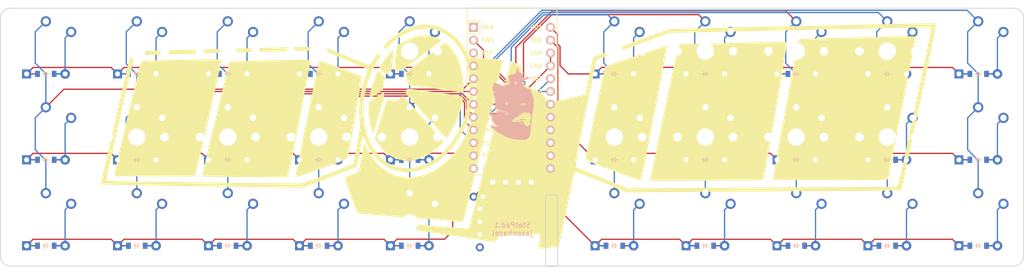
<source format=kicad_pcb>
(kicad_pcb (version 20211014) (generator pcbnew)
  (title_block (title "satpad") (rev "v1.0.0") (company "Unknown"))
  (layers (0 "F.Cu" signal) (31 "B.Cu" signal) (34 "B.Paste" user) (35 "F.Paste" user) (36 "B.SilkS" user "B.Silkscreen") (37 "F.SilkS" user "F.Silkscreen") (38 "B.Mask" user) (39 "F.Mask" user) (44 "Edge.Cuts" user))
  (net 0 "")
  (net 1 "one_bottom")
  (net 2 "P21")
  (net 3 "P10")
  (net 4 "one_home")
  (net 5 "P16")
  (net 6 "one_top")
  (net 7 "P14")
  (net 8 "two_bottom")
  (net 9 "P20")
  (net 10 "two_home")
  (net 11 "two_top")
  (net 12 "three_bottom")
  (net 13 "P19")
  (net 14 "three_home")
  (net 15 "three_top")
  (net 16 "four_bottom")
  (net 17 "P18")
  (net 18 "four_home")
  (net 19 "four_top")
  (net 20 "five_bottom")
  (net 21 "P15")
  (net 22 "five_home")
  (net 23 "five_top")
  (net 24 "seven_bottom")
  (net 25 "P4")
  (net 26 "seven_home")
  (net 27 "P0")
  (net 28 "seven_top")
  (net 29 "P1")
  (net 30 "eight_bottom")
  (net 31 "eight_home")
  (net 32 "eight_top")
  (net 33 "nine_bottom")
  (net 34 "nine_home")
  (net 35 "nine_top")
  (net 36 "ten_bottom")
  (net 37 "ten_home")
  (net 38 "ten_top")
  (net 39 "eleven_bottom")
  (net 40 "eleven_home")
  (net 41 "eleven_top")
  (net 42 "RAW")
  (net 43 "GND")
  (net 44 "RST")
  (net 45 "VCC")
  (net 46 "P2")
  (net 47 "P3")
  (net 48 "P5")
  (net 49 "P6")
  (net 50 "P7")
  (net 51 "P8")
  (net 52 "P9")
  (footprint "ComboDiode" (layer "F.Cu") (at 36 -29.5)
    (fp_text reference "D9" hide)
    (fp_text value "" hide)
  )
  (footprint "PG1350" (layer "F.Cu") (at 54 -34)
    (fp_text reference "S12" hide)
    (fp_text value "" hide)
  )
  (footprint "PG1350" (layer "F.Cu") (at 36 0)
    (fp_text reference "S7" hide)
    (fp_text value "" hide)
  )
  (footprint "PG1350" (layer "F.Cu") (at 18 0)
    (fp_text reference "S4" hide)
    (fp_text value "" hide)
  )
  (footprint "ComboDiode" (layer "F.Cu") (at 0 4.5)
    (fp_text reference "D1" hide)
    (fp_text value "" hide)
  )
  (footprint "PG1350" (layer "F.Cu") (at 148.5 -17)
    (fp_text reference "S23" hide)
    (fp_text value "" hide)
  )
  (footprint "ComboDiode" (layer "F.Cu") (at 18 -12.5)
    (fp_text reference "D5" hide)
    (fp_text value "" hide)
  )
  (footprint "ComboDiode" (layer "F.Cu") (at 54 -12.5)
    (fp_text reference "D11" hide)
    (fp_text value "" hide)
  )
  (footprint "PG1350" (layer "F.Cu") (at 36 -34)
    (fp_text reference "S9" hide)
    (fp_text value "" hide)
  )
  (footprint "LOGO" (layer "F.Cu") (at 94 -20.4 10)
    (fp_text reference "G***")
    (fp_text value "LOGO" hide)
  )
  (footprint "PG1350" (layer "F.Cu") (at 36 -17)
    (fp_text reference "S8" hide)
    (fp_text value "" hide)
  )
  (footprint "PG1350" (layer "F.Cu") (at 112.5 -17)
    (fp_text reference "S17" hide)
    (fp_text value "" hide)
  )
  (footprint "ComboDiode" (layer "F.Cu") (at 184.5 -29.5)
    (fp_text reference "D30" hide)
    (fp_text value "" hide)
  )
  (footprint "ComboDiode" (layer "F.Cu") (at 130.5 4.5)
    (fp_text reference "D19" hide)
    (fp_text value "" hide)
  )
  (footprint "ComboDiode" (layer "F.Cu") (at 54 4.5)
    (fp_text reference "D10" hide)
    (fp_text value "" hide)
  )
  (footprint "ComboDiode" (layer "F.Cu") (at 36 -12.5)
    (fp_text reference "D8" hide)
    (fp_text value "" hide)
  )
  (footprint "ComboDiode" (layer "F.Cu") (at 166.5 -12.5)
    (fp_text reference "D26" hide)
    (fp_text value "" hide)
  )
  (footprint "PG1350" (layer "F.Cu") (at 0 -34)
    (fp_text reference "S3" hide)
    (fp_text value "" hide)
  )
  (footprint "ComboDiode" (layer "F.Cu") (at 166.5 4.5)
    (fp_text reference "D25" hide)
    (fp_text value "" hide)
  )
  (footprint "ProMicro" (layer "F.Cu") (at 92.25 -24.75 -90)
    (fp_text reference "MCU1" hide)
    (fp_text value "" hide)
  )
  (footprint "PG1350" (layer "F.Cu") (at 72 -34)
    (fp_text reference "S15" hide)
    (fp_text value "" hide)
  )
  (footprint "ComboDiode" (layer "F.Cu") (at 18 4.5)
    (fp_text reference "D4" hide)
    (fp_text value "" hide)
  )
  (footprint "ComboDiode" (layer "F.Cu") (at 36 4.5)
    (fp_text reference "D7" hide)
    (fp_text value "" hide)
  )
  (footprint "PG1350" (layer "F.Cu") (at 184.5 -34)
    (fp_text reference "S30" hide)
    (fp_text value "" hide)
  )
  (footprint "PG1350" (layer "F.Cu") (at 0 -17)
    (fp_text reference "S2" hide)
    (fp_text value "" hide)
  )
  (footprint "ComboDiode" (layer "F.Cu") (at 112.5 -12.5)
    (fp_text reference "D17" hide)
    (fp_text value "" hide)
  )
  (footprint "RollerEncoder_Panasonic_EVQWGD001" (layer "F.Cu") (at 91.5 1)
    (fp_text reference "REF**")
    (fp_text value "RollerEncoder_Panasonic_EVQWGD001")
    (fp_line (start 9.8 7.3) (end 9.8 -6.3) (layer "Edge.Cuts") (width 0.15))
    (fp_line (start 7.7 7.6) (end 9.5 7.6) (layer "Edge.Cuts") (width 0.15))
    (fp_line (start 9.5 -6.6) (end 7.7 -6.6) (layer "Edge.Cuts") (width 0.15))
    (fp_line (start 7.4 -6.3) (end 7.4 7.3) (layer "Edge.Cuts") (width 0.15))
    (fp_arc (start 9.5 -6.6) (mid 9.712132 -6.512132) (end 9.8 -6.3) (layer "Edge.Cuts") (width 0.15))
    (fp_arc (start 7.4 -6.3) (mid 7.487868 -6.512132) (end 7.7 -6.6) (layer "Edge.Cuts") (width 0.15))
    (fp_arc (start 7.7 7.6) (mid 7.487868 7.512132) (end 7.4 7.3) (layer "Edge.Cuts") (width 0.15))
    (fp_arc (start 9.8 7.3) (mid 9.712132 7.512132) (end 9.5 7.6) (layer "Edge.Cuts") (width 0.15))
  )
  (footprint "ComboDiode" (layer "F.Cu") (at 72 4.5)
    (fp_text reference "D13" hide)
    (fp_text value "" hide)
  )
  (footprint "PG1350" (layer "F.Cu") (at 112.5 -34)
    (fp_text reference "S18" hide)
    (fp_text value "" hide)
  )
  (footprint "ComboDiode" (layer "F.Cu") (at 72 -12.5)
    (fp_text reference "D14" hide)
    (fp_text value "" hide)
  )
  (footprint "PG1350" (layer "F.Cu") (at 18 -34)
    (fp_text reference "S6" hide)
    (fp_text value "" hide)
  )
  (footprint "ComboDiode" (layer "F.Cu") (at 112.5 4.5)
    (fp_text reference "D16" hide)
    (fp_text value "" hide)
  )
  (footprint "PG1350" (layer "F.Cu") (at 112.5 0)
    (fp_text reference "S16" hide)
    (fp_text value "" hide)
  )
  (footprint "PG1350" (layer "F.Cu") (at 166.5 0)
    (fp_text reference "S25" hide)
    (fp_text value "" hide)
  )
  (footprint "PG1350" (layer "F.Cu") (at 130.5 0)
    (fp_text reference "S19" hide)
    (fp_text value "" hide)
  )
  (footprint "ComboDiode" (layer "F.Cu") (at 148.5 -29.5)
    (fp_text reference "D24" hide)
    (fp_text value "" hide)
  )
  (footprint "PG1350" (layer "F.Cu") (at 148.5 -34)
    (fp_text reference "S24" hide)
    (fp_text value "" hide)
  )
  (footprint "PG1350" (layer "F.Cu") (at 184.5 -17)
    (fp_text reference "S29" hide)
    (fp_text value "" hide)
  )
  (footprint "ComboDiode" (layer "F.Cu") (at 130.5 -29.5)
    (fp_text reference "D21" hide)
    (fp_text value "" hide)
  )
  (footprint "PG1350" (layer "F.Cu") (at 72 0)
    (fp_text reference "S13" hide)
    (fp_text value "" hide)
  )
  (footprint "ComboDiode" (layer "F.Cu") (at 184.5 -12.5)
    (fp_text reference "D29" hide)
    (fp_text value "" hide)
  )
  (footprint "PG1350" (layer "F.Cu") (at 166.5 -17)
    (fp_text reference "S26" hide)
    (fp_text value "" hide)
  )
  (footprint "ComboDiode" (layer "F.Cu") (at 130.5 -12.5)
    (fp_text reference "D20" hide)
    (fp_text value "" hide)
  )
  (footprint "PG1350" (layer "F.Cu") (at 130.5 -34)
    (fp_text reference "S21" hide)
    (fp_text value "" hide)
  )
  (footprint "PG1350" (layer "F.Cu") (at 130.5 -17)
    (fp_text reference "S20" hide)
    (fp_text value "" hide)
  )
  (footprint "ComboDiode" (layer "F.Cu") (at 72 -29.5)
    (fp_text reference "D15" hide)
    (fp_text value "" hide)
  )
  (footprint "PG1350" (layer "F.Cu") (at 18 -17)
    (fp_text reference "S5" hide)
    (fp_text value "" hide)
  )
  (footprint "ComboDiode" (layer "F.Cu") (at 148.5 4.5)
    (fp_text reference "D22" hide)
    (fp_text value "" hide)
  )
  (footprint "PG1350" (layer "F.Cu") (at 0 0)
    (fp_text reference "S1" hide)
    (fp_text value "" hide)
  )
  (footprint "lib:OLED_headers" (layer "F.Cu") (at 86.25 -6.5 90)
    (fp_text reference "OLED1" hide)
    (fp_text value "OLED")
  )
  (footprint "ComboDiode" (layer "F.Cu") (at 184.5 4.5)
    (fp_text reference "D28" hide)
    (fp_text value "" hide)
  )
  (footprint "ComboDiode" (layer "F.Cu") (at 18 -29.5)
    (fp_text reference "D6" hide)
    (fp_text value "" hide)
  )
  (footprint "PG1350" (layer "F.Cu") (at 166.5 -34)
    (fp_text reference "S27" hide)
    (fp_text value "" hide)
  )
  (footprint "PG1350" (layer "F.Cu") (at 148.5 0)
    (fp_text reference "S22" hide)
    (fp_text value "" hide)
  )
  (footprint "ComboDiode" (layer "F.Cu") (at 112.5 -29.5)
    (fp_text reference "D18" hide)
    (fp_text value "" hide)
  )
  (footprint "PG1350" (layer "F.Cu") (at 54 -17)
    (fp_text reference "S11" hide)
    (fp_text value "" hide)
  )
  (footprint "PG1350" (layer "F.Cu") (at 54 0)
    (fp_text reference "S10" hide)
    (fp_text value "" hide)
  )
  (footprint "ComboDiode" (layer "F.Cu") (at 148.5 -12.5)
    (fp_text reference "D23" hide)
    (fp_text value "" hide)
  )
  (footprint "ComboDiode" (layer "F.Cu") (at 0 -12.5)
    (fp_text reference "D2" hide)
    (fp_text value "" hide)
  )
  (footprint "PG1350" (layer "F.Cu") (at 72 -17)
    (fp_text reference "S14" hide)
    (fp_text value "" hide)
  )
  (footprint "ComboDiode" (layer "F.Cu") (at 166.5 -29.5)
    (fp_text reference "D27" hide)
    (fp_text value "" hide)
  )
  (footprint "PG1350" (layer "F.Cu") (at 184.5 0)
    (fp_text reference "S28" hide)
    (fp_text value "" hide)
  )
  (footprint "ComboDiode" (layer "F.Cu") (at 0 -29.5)
    (fp_text reference "D3" hide)
    (fp_text value "" hide)
  )
  (footprint "ComboDiode" (layer "F.Cu") (at 54 -29.5)
    (fp_text reference "D12" hide)
    (fp_text value "" hide)
  )
  (footprint "LOGO" (layer "B.Cu") (at 91.6 -23.8 180)
    (fp_text reference "G***")
    (fp_text value "LOGO" hide)
  )
  (gr_line (start -9 -40.5) (end -9 6.5) (layer "Edge.Cuts") (width 0.15))
  (gr_line (start 191.5 -42.5) (end -7 -42.5) (layer "Edge.Cuts") (width 0.15))
  (gr_arc (start 191.5 -42.5) (mid 192.914214 -41.914214) (end 193.5 -40.5) (layer "Edge.Cuts") (width 0.15))
  (gr_arc (start -7 8.5) (mid -8.414214 7.914214) (end -9 6.5) (layer "Edge.Cuts") (width 0.15))
  (gr_arc (start 193.5 6.5) (mid 192.914214 7.914214) (end 191.5 8.5) (layer "Edge.Cuts") (width 0.15))
  (gr_line (start -7 8.5) (end 191.5 8.5) (layer "Edge.Cuts") (width 0.15))
  (gr_arc (start -9 -40.5) (mid -8.414214 -41.914214) (end -7 -42.5) (layer "Edge.Cuts") (width 0.15))
  (gr_line (start 193.5 6.5) (end 193.5 -40.5) (layer "Edge.Cuts") (width 0.15))
  (gr_text "StatPad.1\njasonhazel" (at 92.3 1.2) (layer "B.SilkS") (effects (font (size 1 1)) (justify mirror)))
  (segment (start 3.81 4.5) (end 1.65 4.5) (width 0.25) (layer "F.Cu") (net 1))
  (segment (start 1.65 4.5) (end 3.81 4.5) (width 0.25) (layer "B.Cu") (net 1))
  (segment (start 3.81 -2.61) (end 3.81 4.5) (width 0.25) (layer "B.Cu") (net 1))
  (segment (start 5 -3.8) (end 3.81 -2.61) (width 0.25) (layer "B.Cu") (net 1))
  (segment (start 82.53952 -26.46952) (end 84.63 -28.56) (width 0.25) (layer "F.Cu") (net 2))
  (segment (start 0 -22.9) (end 3.56952 -26.46952) (width 0.25) (layer "F.Cu") (net 2))
  (segment (start 3.56952 -26.46952) (end 82.53952 -26.46952) (width 0.25) (layer "F.Cu") (net 2))
  (segment (start 182.410979 -31.638043) (end 184.5 -29.549022) (width 0.25) (layer "B.Cu") (net 2))
  (segment (start 182.410979 -20.810979) (end 182.410979 -14.489021) (width 0.25) (layer "B.Cu") (net 2))
  (segment (start 182.410979 -37.810979) (end 182.410979 -31.638043) (width 0.25) (layer "B.Cu") (net 2))
  (segment (start -2.089021 -20.810979) (end -2.089021 -14.489021) (width 0.25) (layer "B.Cu") (net 2))
  (segment (start 84.63 -28.56) (end 98.17 -42.1) (width 0.25) (layer "B.Cu") (net 2))
  (segment (start 0 -12.4) (end 0 -5.9) (width 0.25) (layer "B.Cu") (net 2))
  (segment (start -2.089021 -31.638043) (end 0 -29.549022) (width 0.25) (layer "B.Cu") (net 2))
  (segment (start 184.5 -29.549022) (end 184.5 -22.9) (width 0.25) (layer "B.Cu") (net 2))
  (segment (start 184.5 -39.9) (end 182.410979 -37.810979) (width 0.25) (layer "B.Cu") (net 2))
  (segment (start 0 -22.9) (end -2.089021 -20.810979) (width 0.25) (layer "B.Cu") (net 2))
  (segment (start 98.17 -42.1) (end 182.3 -42.1) (width 0.25) (layer "B.Cu") (net 2))
  (segment (start 184.5 -12.4) (end 184.5 -5.9) (width 0.25) (layer "B.Cu") (net 2))
  (segment (start 184.5 -22.9) (end 182.410979 -20.810979) (width 0.25) (layer "B.Cu") (net 2))
  (segment (start 0 -29.549022) (end 0 -22.9) (width 0.25) (layer "B.Cu") (net 2))
  (segment (start 182.410979 -14.489021) (end 184.5 -12.4) (width 0.25) (layer "B.Cu") (net 2))
  (segment (start -2.089021 -37.810979) (end -2.089021 -31.638043) (width 0.25) (layer "B.Cu") (net 2))
  (segment (start 182.3 -42.1) (end 184.5 -39.9) (width 0.25) (layer "B.Cu") (net 2))
  (segment (start -2.089021 -14.489021) (end 0 -12.4) (width 0.25) (layer "B.Cu") (net 2))
  (segment (start 0 -39.9) (end -2.089021 -37.810979) (width 0.25) (layer "B.Cu") (net 2))
  (segment (start -2.532989 3.222989) (end -3.81 4.5) (width 0.25) (layer "F.Cu") (net 3))
  (segment (start 52.35 4.5) (end 50.19 4.5) (width 0.25) (layer "F.Cu") (net 3))
  (segment (start -1.65 4.5) (end -3.81 4.5) (width 0.25) (layer "F.Cu") (net 3))
  (segment (start 69.49 3.2) (end 78.9 3.2) (width 0.25) (layer "F.Cu") (net 3))
  (segment (start 51.467011 3.222989) (end 50.19 4.5) (width 0.25) (layer "F.Cu") (net 3))
  (segment (start 15.467011 3.222989) (end 14.19 4.5) (width 0.25) (layer "F.Cu") (net 3))
  (segment (start 14.19 4.5) (end 12.912989 3.222989) (width 0.25) (layer "F.Cu") (net 3))
  (segment (start 32.19 4.5) (end 30.912989 3.222989) (width 0.25) (layer "F.Cu") (net 3))
  (segment (start 66.912989 3.222989) (end 51.467011 3.222989) (width 0.25) (layer "F.Cu") (net 3))
  (segment (start 68.19 4.5) (end 69.49 3.2) (width 0.25) (layer "F.Cu") (net 3))
  (segment (start 12.912989 3.222989) (end -2.532989 3.222989) (width 0.25) (layer "F.Cu") (net 3))
  (segment (start 80.5 -6.65) (end 84.63 -10.78) (width 0.25) (layer "F.Cu") (net 3))
  (segment (start 16.35 4.5) (end 14.19 4.5) (width 0.25) (layer "F.Cu") (net 3))
  (segment (start 34.35 4.5) (end 32.19 4.5) (width 0.25) (layer "F.Cu") (net 3))
  (segment (start 30.912989 3.222989) (end 15.467011 3.222989) (width 0.25) (layer "F.Cu") (net 3))
  (segment (start 80.5 1.6) (end 80.5 -6.65) (width 0.25) (layer "F.Cu") (net 3))
  (segment (start 33.467011 3.222989) (end 32.19 4.5) (width 0.25) (layer "F.Cu") (net 3))
  (segment (start 78.9 3.2) (end 80.5 1.6) (width 0.25) (layer "F.Cu") (net 3))
  (segment (start 70.35 4.5) (end 68.19 4.5) (width 0.25) (layer "F.Cu") (net 3))
  (segment (start 48.912989 3.222989) (end 33.467011 3.222989) (width 0.25) (layer "F.Cu") (net 3))
  (segment (start 68.19 4.5) (end 66.912989 3.222989) (width 0.25) (layer "F.Cu") (net 3))
  (segment (start 50.19 4.5) (end 48.912989 3.222989) (width 0.25) (layer "F.Cu") (net 3))
  (segment (start 50.19 4.5) (end 52.35 4.5) (width 0.25) (layer "B.Cu") (net 3))
  (segment (start 14.19 4.5) (end 16.35 4.5) (width 0.25) (layer "B.Cu") (net 3))
  (segment (start 32.19 4.5) (end 34.35 4.5) (width 0.25) (layer "B.Cu") (net 3))
  (segment (start -3.81 4.5) (end -1.65 4.5) (width 0.25) (layer "B.Cu") (net 3))
  (segment (start 68.19 4.5) (end 70.35 4.5) (width 0.25) (layer "B.Cu") (net 3))
  (segment (start 3.81 -12.5) (end 1.65 -12.5) (width 0.25) (layer "F.Cu") (net 4))
  (segment (start 3.81 -19.61) (end 3.81 -12.5) (width 0.25) (layer "B.Cu") (net 4))
  (segment (start 1.65 -12.5) (end 3.81 -12.5) (width 0.25) (layer "B.Cu") (net 4))
  (segment (start 5 -20.8) (end 3.81 -19.61) (width 0.25) (layer "B.Cu") (net 4))
  (segment (start 30.912989 -13.777011) (end 15.467011 -13.777011) (width 0.25) (layer "F.Cu") (net 5))
  (segment (start 66.912989 -13.777011) (end 51.467011 -13.777011) (width 0.25) (layer "F.Cu") (net 5))
  (segment (start 84.15 -13.8) (end 84.63 -13.32) (width 0.25) (layer "F.Cu") (net 5))
  (segment (start -3.81 -12.5) (end -1.65 -12.5) (width 0.25) (layer "F.Cu") (net 5))
  (segment (start 50.19 -12.5) (end 52.35 -12.5) (width 0.25) (layer "F.Cu") (net 5))
  (segment (start 48.912989 -13.777011) (end 33.467011 -13.777011) (width 0.25) (layer "F.Cu") (net 5))
  (segment (start -2.532989 -13.777011) (end -3.81 -12.5) (width 0.25) (layer "F.Cu") (net 5))
  (segment (start 68.19 -12.5) (end 69.49 -13.8) (width 0.25) (layer "F.Cu") (net 5))
  (segment (start 12.912989 -13.777011) (end -2.532989 -13.777011) (width 0.25) (layer "F.Cu") (net 5))
  (segment (start 14.19 -12.5) (end 12.912989 -13.777011) (width 0.25) (layer "F.Cu") (net 5))
  (segment (start 68.19 -12.5) (end 66.912989 -13.777011) (width 0.25) (layer "F.Cu") (net 5))
  (segment (start 15.467011 -13.777011) (end 14.19 -12.5) (width 0.25) (layer "F.Cu") (net 5))
  (segment (start 69.49 -13.8) (end 84.15 -13.8) (width 0.25) (layer "F.Cu") (net 5))
  (segment (start 70.35 -12.5) (end 68.19 -12.5) (width 0.25) (layer "F.Cu") (net 5))
  (segment (start 33.467011 -13.777011) (end 32.19 -12.5) (width 0.25) (layer "F.Cu") (net 5))
  (segment (start 50.19 -12.5) (end 48.912989 -13.777011) (width 0.25) (layer "F.Cu") (net 5))
  (segment (start 14.19 -12.5) (end 16.35 -12.5) (width 0.25) (layer "F.Cu") (net 5))
  (segment (start 32.19 -12.5) (end 34.35 -12.5) (width 0.25) (layer "F.Cu") (net 5))
  (segment (start 51.467011 -13.777011) (end 50.19 -12.5) (width 0.25) (layer "F.Cu") (net 5))
  (segment (start 32.19 -12.5) (end 30.912989 -13.777011) (width 0.25) (layer "F.Cu") (net 5))
  (segment (start 14.19 -12.5) (end 16.35 -12.5) (width 0.25) (layer "B.Cu") (net 5))
  (segment (start 68.19 -12.5) (end 70.35 -12.5) (width 0.25) (layer "B.Cu") (net 5))
  (segment (start 50.19 -12.5) (end 52.35 -12.5) (width 0.25) (layer "B.Cu") (net 5))
  (segment (start -3.81 -12.5) (end -1.65 -12.5) (width 0.25) (layer "B.Cu") (net 5))
  (segment (start 32.19 -12.5) (end 34.35 -12.5) (width 0.25) (layer "B.Cu") (net 5))
  (segment (start 3.81 -29.5) (end 1.65 -29.5) (width 0.25) (layer "F.Cu") (net 6))
  (segment (start 5 -37.8) (end 3.81 -36.61) (width 0.25) (layer "B.Cu") (net 6))
  (segment (start 3.81 -36.61) (end 3.81 -29.5) (width 0.25) (layer "B.Cu") (net 6))
  (segment (start 1.65 -29.5) (end 3.81 -29.5) (width 0.25) (layer "B.Cu") (net 6))
  (segment (start 66.912989 -30.777011) (end 51.467011 -30.777011) (width 0.25) (layer "F.Cu") (net 7))
  (segment (start 50.19 -29.5) (end 48.912989 -30.777011) (width 0.25) (layer "F.Cu") (net 7))
  (segment (start 16.35 -29.5) (end 14.19 -29.5) (width 0.25) (layer "F.Cu") (net 7))
  (segment (start 32.19 -29.5) (end 30.912989 -30.777011) (width 0.25) (layer "F.Cu") (net 7))
  (segment (start -2.532989 -30.777011) (end -3.81 -29.5) (width 0.25) (layer "F.Cu") (net 7))
  (segment (start 70.35 -29.5) (end 68.19 -29.5) (width 0.25) (layer "F.Cu") (net 7))
  (segment (start 12.912989 -30.777011) (end -2.532989 -30.777011) (width 0.25) (layer "F.Cu") (net 7))
  (segment (start 48.912989 -30.777011) (end 33.467011 -30.777011) (width 0.25) (layer "F.Cu") (net 7))
  (segment (start 52.35 -29.5) (end 50.19 -29.5) (width 0.25) (layer "F.Cu") (net 7))
  (segment (start 33.467011 -30.777011) (end 32.19 -29.5) (width 0.25) (layer "F.Cu") (net 7))
  (segment (start -1.65 -29.5) (end -3.81 -29.5) (width 0.25) (layer "F.Cu") (net 7))
  (segment (start 51.467011 -30.777011) (end 50.19 -29.5) (width 0.25) (layer "F.Cu") (net 7))
  (segment (start 69.49 -30.8) (end 68.19 -29.5) (width 0.25) (layer "F.Cu") (net 7))
  (segment (start 82 -27.2) (end 78.4 -30.8) (width 0.25) (layer "F.Cu") (net 7))
  (segment (start 78.4 -30.8) (end 69.49 -30.8) (width 0.25) (layer "F.Cu") (net 7))
  (segment (start 14.19 -29.5) (end 12.912989 -30.777011) (width 0.25) (layer "F.Cu") (net 7))
  (segment (start 15.467011 -30.777011) (end 14.19 -29.5) (width 0.25) (layer "F.Cu") (net 7))
  (segment (start 30.912989 -30.777011) (end 15.467011 -30.777011) (width 0.25) (layer "F.Cu") (net 7))
  (segment (start 34.35 -29.5) (end 32.19 -29.5) (width 0.25) (layer "F.Cu") (net 7))
  (segment (start 68.19 -29.5) (end 66.912989 -30.777011) (width 0.25) (layer "F.Cu") (net 7))
  (via (at 82 -27.2) (size 0.8) (drill 0.4) (layers "F.Cu" "B.Cu") (net 7))
  (segment (start -3.81 -29.5) (end -1.65 -29.5) (width 0.25) (layer "B.Cu") (net 7))
  (segment (start 82 -27.2) (end 82 -18.49) (width 0.25) (layer "B.Cu") (net 7))
  (segment (start 68.19 -29.5) (end 70.35 -29.5) (width 0.25) (layer "B.Cu") (net 7))
  (segment (start 14.19 -29.5) (end 16.35 -29.5) (width 0.25) (layer "B.Cu") (net 7))
  (segment (start 50.19 -29.5) (end 52.35 -29.5) (width 0.25) (layer "B.Cu") (net 7))
  (segment (start 32.19 -29.5) (end 34.35 -29.5) (width 0.25) (layer "B.Cu") (net 7))
  (segment (start 82 -18.49) (end 84.63 -15.86) (width 0.25) (layer "B.Cu") (net 7))
  (segment (start 21.81 4.5) (end 19.65 4.5) (width 0.25) (layer "F.Cu") (net 8))
  (segment (start 23 -3.8) (end 21.81 -2.61) (width 0.25) (layer "B.Cu") (net 8))
  (segment (start 21.81 -2.61) (end 21.81 4.5) (width 0.25) (layer "B.Cu") (net 8))
  (segment (start 19.65 4.5) (end 21.81 4.5) (width 0.25) (layer "B.Cu") (net 8))
  (segment (start 18 -22.9) (end 21.12 -26.02) (width 0.25) (layer "F.Cu") (net 9))
  (segment (start 21.12 -26.02) (end 84.63 -26.02) (width 0.25) (layer "F.Cu") (net 9))
  (segment (start 166.5 -39.9) (end 164.410979 -37.810979) (width 0.25) (layer "B.Cu") (net 9))
  (segment (start 18 -39.9) (end 15.910979 -37.810979) (width 0.25) (layer "B.Cu") (net 9))
  (segment (start 164.410979 -31.489021) (end 166.5 -29.4) (width 0.25) (layer "B.Cu") (net 9))
  (segment (start 18 -29.4) (end 18 -22.9) (width 0.25) (layer "B.Cu") (net 9))
  (segment (start 86 -27.39) (end 84.63 -26.02) (width 0.25) (layer "B.Cu") (net 9))
  (segment (start 166.5 -29.4) (end 166.5 -22.9) (width 0.25) (layer "B.Cu") (net 9))
  (segment (start 164.410979 -37.810979) (end 164.410979 -31.489021) (width 0.25) (layer "B.Cu") (net 9))
  (segment (start 166.5 -12.549022) (end 166.5 -5.9) (width 0.25) (layer "B.Cu") (net 9))
  (segment (start 164.410979 -14.638043) (end 166.5 -12.549022) (width 0.25) (layer "B.Cu") (net 9))
  (segment (start 15.910979 -14.638043) (end 18 -12.549022) (width 0.25) (layer "B.Cu") (net 9))
  (segment (start 166.5 -39.9) (end 164.74952 -41.65048) (width 0.25) (layer "B.Cu") (net 9))
  (segment (start 15.910979 -20.810979) (end 15.910979 -14.638043) (width 0.25) (layer "B.Cu") (net 9))
  (segment (start 18 -22.9) (end 15.910979 -20.810979) (width 0.25) (layer "B.Cu") (net 9))
  (segment (start 15.910979 -31.489021) (end 18 -29.4) (width 0.25) (layer "B.Cu") (net 9))
  (segment (start 166.5 -22.9) (end 164.410979 -20.810979) (width 0.25) (layer "B.Cu") (net 9))
  (segment (start 164.410979 -20.810979) (end 164.410979 -14.638043) (width 0.25) (layer "B.Cu") (net 9))
  (segment (start 15.910979 -37.810979) (end 15.910979 -31.489021) (width 0.25) (layer "B.Cu") (net 9))
  (segment (start 86 -29.294282) (end 86 -27.39) (width 0.25) (layer "B.Cu") (net 9))
  (segment (start 98.356198 -41.65048) (end 86 -29.294282) (width 0.25) (layer "B.Cu") (net 9))
  (segment (start 164.74952 -41.65048) (end 98.356198 -41.65048) (width 0.25) (layer "B.Cu") (net 9))
  (segment (start 18 -12.549022) (end 18 -5.9) (width 0.25) (layer "B.Cu") (net 9))
  (segment (start 21.81 -12.5) (end 19.65 -12.5) (width 0.25) (layer "F.Cu") (net 10))
  (segment (start 21.81 -19.61) (end 21.81 -12.5) (width 0.25) (layer "B.Cu") (net 10))
  (segment (start 23 -20.8) (end 21.81 -19.61) (width 0.25) (layer "B.Cu") (net 10))
  (segment (start 19.65 -12.5) (end 21.81 -12.5) (width 0.25) (layer "B.Cu") (net 10))
  (segment (start 21.81 -29.5) (end 19.65 -29.5) (width 0.25) (layer "F.Cu") (net 11))
  (segment (start 21.81 -36.61) (end 21.81 -29.5) (width 0.25) (layer "B.Cu") (net 11))
  (segment (start 23 -37.8) (end 21.81 -36.61) (width 0.25) (layer "B.Cu") (net 11))
  (segment (start 19.65 -29.5) (end 21.81 -29.5) (width 0.25) (layer "B.Cu") (net 11))
  (segment (start 39.81 4.5) (end 37.65 4.5) (width 0.25) (layer "F.Cu") (net 12))
  (segment (start 37.65 4.5) (end 39.81 4.5) (width 0.25) (layer "B.Cu") (net 12))
  (segment (start 41 -3.8) (end 39.81 -2.61) (width 0.25) (layer "B.Cu") (net 12))
  (segment (start 39.81 -2.61) (end 39.81 4.5) (width 0.25) (layer "B.Cu") (net 12))
  (segment (start 91.1 -23.5) (end 87.1 -23.5) (width 0.25) (layer "F.Cu") (net 13))
  (segment (start 146.4 -42) (end 148.5 -39.9) (width 0.25) (layer "F.Cu") (net 13))
  (segment (start 100.264283 -42) (end 146.4 -42) (width 0.25) (layer "F.Cu") (net 13))
  (segment (start 93 -34.735717) (end 100.264283 -42) (width 0.25) (layer "F.Cu") (net 13))
  (segment (start 84.52 -23.48) (end 84.63 -23.48) (width 0.25) (layer "F.Cu") (net 13))
  (segment (start 87.1 -23.5) (end 87.08 -23.48) (width 0.25) (layer "F.Cu") (net 13))
  (segment (start 38.67048 -25.57048) (end 82.42952 -25.57048) (width 0.25) (layer "F.Cu") (net 13))
  (segment (start 36 -22.9) (end 38.67048 -25.57048) (width 0.25) (layer "F.Cu") (net 13))
  (segment (start 91.2 -23.6) (end 91.1 -23.5) (width 0.25) (layer "F.Cu") (net 13))
  (segment (start 93 -27.7) (end 93 -34.735717) (width 0.25) (layer "F.Cu") (net 13))
  (segment (start 87.08 -23.48) (end 84.63 -23.48) (width 0.25) (layer "F.Cu") (net 13))
  (segment (start 82.42952 -25.57048) (end 84.52 -23.48) (width 0.25) (layer "F.Cu") (net 13))
  (via (at 91.2 -23.6) (size 0.8) (drill 0.4) (layers "F.Cu" "B.Cu") (net 13))
  (via (at 93 -27.7) (size 0.8) (drill 0.4) (layers "F.Cu" "B.Cu") (net 13))
  (segment (start 36 -22.9) (end 33.910979 -20.810979) (width 0.25) (layer "B.Cu") (net 13))
  (segment (start 33.910979 -37.810979) (end 33.910979 -31.589021) (width 0.25) (layer "B.Cu") (net 13))
  (segment (start 148.5 -12.4) (end 148.5 -5.9) (width 0.25) (layer "B.Cu") (net 13))
  (segment (start 36 -39.9) (end 33.910979 -37.810979) (width 0.25) (layer "B.Cu") (net 13))
  (segment (start 148.5 -22.9) (end 146.410979 -20.810979) (width 0.25) (layer "B.Cu") (net 13))
  (segment (start 148.5 -29.549022) (end 148.5 -22.9) (width 0.25) (layer "B.Cu") (net 13))
  (segment (start 146.410979 -20.810979) (end 146.410979 -14.489021) (width 0.25) (layer "B.Cu") (net 13))
  (segment (start 33.910979 -20.810979) (end 33.910979 -14.638043) (width 0.25) (layer "B.Cu") (net 13))
  (segment (start 93 -25.4) (end 91.2 -23.6) (width 0.25) (layer "B.Cu") (net 13))
  (segment (start 36 -12.549022) (end 36 -5.9) (width 0.25) (layer "B.Cu") (net 13))
  (segment (start 93 -27.7) (end 93 -25.4) (width 0.25) (layer "B.Cu") (net 13))
  (segment (start 146.410979 -31.638043) (end 148.5 -29.549022) (width 0.25) (layer "B.Cu") (net 13))
  (segment (start 146.410979 -14.489021) (end 148.5 -12.4) (width 0.25) (layer "B.Cu") (net 13))
  (segment (start 148.5 -39.9) (end 146.410979 -37.810979) (width 0.25) (layer "B.Cu") (net 13))
  (segment (start 36 -29.5) (end 36 -22.9) (width 0.25) (layer "B.Cu") (net 13))
  (segment (start 33.910979 -14.638043) (end 36 -12.549022) (width 0.25) (layer "B.Cu") (net 13))
  (segment (start 146.410979 -37.810979) (end 146.410979 -31.638043) (width 0.25) (layer "B.Cu") (net 13))
  (segment (start 33.910979 -31.589021) (end 36 -29.5) (width 0.25) (layer "B.Cu") (net 13))
  (segment (start 39.81 -12.5) (end 37.65 -12.5) (width 0.25) (layer "F.Cu") (net 14))
  (segment (start 41 -20.8) (end 39.81 -19.61) (width 0.25) (layer "B.Cu") (net 14))
  (segment (start 37.65 -12.5) (end 39.81 -12.5) (width 0.25) (layer "B.Cu") (net 14))
  (segment (start 39.81 -19.61) (end 39.81 -12.5) (width 0.25) (layer "B.Cu") (net 14))
  (segment (start 39.81 -29.5) (end 37.65 -29.5) (width 0.25) (layer "F.Cu") (net 15))
  (segment (start 41 -37.8) (end 39.81 -36.61) (width 0.25) (layer "B.Cu") (net 15))
  (segment (start 37.65 -29.5) (end 39.81 -29.5) (width 0.25) (layer "B.Cu") (net 15))
  (segment (start 39.81 -36.61) (end 39.81 -29.5) (width 0.25) (layer "B.Cu") (net 15))
  (segment (start 57.81 4.5) (end 55.65 4.5) (width 0.25) (layer "F.Cu") (net 16))
  (segment (start 57.81 -2.61) (end 57.81 4.5) (width 0.25) (layer "B.Cu") (net 16))
  (segment (start 55.65 4.5) (end 57.81 4.5) (width 0.25) (layer "B.Cu") (net 16))
  (segment (start 59 -3.8) (end 57.81 -2.61) (width 0.25) (layer "B.Cu") (net 16))
  (segment (start 94.522701 -35.622701) (end 100.140511 -41.240511) (width 0.25) (layer "F.Cu") (net 17))
  (segment (start 84.63 -21.27) (end 84.63 -20.94) (width 0.25) (layer "F.Cu") (net 17))
  (segment (start 54 -22.9) (end 56.22096 -25.12096) (width 0.25) (layer "F.Cu") (net 17))
  (segment (start 129.159489 -41.240511) (end 130.5 -39.9) (width 0.25) (layer "F.Cu") (net 17))
  (segment (start 91.2 -21.6) (end 85.29 -21.6) (width 0.25) (layer "F.Cu") (net 17))
  (segment (start 83.3 -24.064282) (end 83.3 -22.6) (width 0.25) (layer "F.Cu") (net 17))
  (segment (start 85.29 -21.6) (end 84.63 -20.94) (width 0.25) (layer "F.Cu") (net 17))
  (segment (start 56.22096 -25.12096) (end 82.243322 -25.12096) (width 0.25) (layer "F.Cu") (net 17))
  (segment (start 83.3 -22.6) (end 84.63 -21.27) (width 0.25) (layer "F.Cu") (net 17))
  (segment (start 82.243322 -25.12096) (end 83.3 -24.064282) (width 0.25) (layer "F.Cu") (net 17))
  (segment (start 94.522701 -27.7) (end 94.522701 -35.622701) (width 0.25) (layer "F.Cu") (net 17))
  (segment (start 100.140511 -41.240511) (end 129.159489 -41.240511) (width 0.25) (layer "F.Cu") (net 17))
  (via (at 91.2 -21.6) (size 0.8) (drill 0.4) (layers "F.Cu" "B.Cu") (net 17))
  (via (at 94.522701 -27.7) (size 0.8) (drill 0.4) (layers "F.Cu" "B.Cu") (net 17))
  (segment (start 54 -12.549022) (end 54 -5.9) (width 0.25) (layer "B.Cu") (net 17))
  (segment (start 130.5 -29.549022) (end 130.5 -22.9) (width 0.25) (layer "B.Cu") (net 17))
  (segment (start 54 -22.9) (end 51.910979 -20.810979) (width 0.25) (layer "B.Cu") (net 17))
  (segment (start 54 -39.9) (end 51.910979 -37.810979) (width 0.25) (layer "B.Cu") (net 17))
  (segment (start 128.410979 -37.810979) (end 128.410979 -31.638043) (width 0.25) (layer "B.Cu") (net 17))
  (segment (start 128.410979 -31.638043) (end 130.5 -29.549022) (width 0.25) (layer "B.Cu") (net 17))
  (segment (start 128.410979 -20.810979) (end 128.410979 -14.638043) (width 0.25) (layer "B.Cu") (net 17))
  (segment (start 94.522701 -23.803419) (end 92.319282 -21.6) (width 0.25) (layer "B.Cu") (net 17))
  (segment (start 94.522701 -27.7) (end 94.522701 -23.803419) (width 0.25) (layer "B.Cu") (net 17))
  (segment (start 51.910979 -37.810979) (end 51.910979 -31.489021) (width 0.25) (layer "B.Cu") (net 17))
  (segment (start 92.319282 -21.6) (end 91.2 -21.6) (width 0.25) (layer "B.Cu") (net 17))
  (segment (start 54 -29.4) (end 54 -22.9) (width 0.25) (layer "B.Cu") (net 17))
  (segment (start 51.910979 -20.810979) (end 51.910979 -14.638043) (width 0.25) (layer "B.Cu") (net 17))
  (segment (start 51.910979 -31.489021) (end 54 -29.4) (width 0.25) (layer "B.Cu") (net 17))
  (segment (start 130.5 -12.549022) (end 130.5 -5.9) (width 0.25) (layer "B.Cu") (net 17))
  (segment (start 130.5 -22.9) (end 128.410979 -20.810979) (width 0.25) (layer "B.Cu") (net 17))
  (segment (start 130.5 -39.9) (end 128.410979 -37.810979) (width 0.25) (layer "B.Cu") (net 17))
  (segment (start 128.410979 -14.638043) (end 130.5 -12.549022) (width 0.25) (layer "B.Cu") (net 17))
  (segment (start 51.910979 -14.638043) (end 54 -12.549022) (width 0.25) (layer "B.Cu") (net 17))
  (segment (start 57.81 -12.5) (end 55.65 -12.5) (width 0.25) (layer "F.Cu") (net 18))
  (segment (start 57.81 -19.61) (end 57.81 -12.5) (width 0.25) (layer "B.Cu") (net 18))
  (segment (start 59 -20.8) (end 57.81 -19.61) (width 0.25) (layer "B.Cu") (net 18))
  (segment (start 55.65 -12.5) (end 57.81 -12.5) (width 0.25) (layer "B.Cu") (net 18))
  (segment (start 57.81 -29.5) (end 55.65 -29.5) (width 0.25) (layer "F.Cu") (net 19))
  (segment (start 59 -37.8) (end 57.81 -36.61) (width 0.25) (layer "B.Cu") (net 19))
  (segment (start 55.65 -29.5) (end 57.81 -29.5) (width 0.25) (layer "B.Cu") (net 19))
  (segment (start 57.81 -36.61) (end 57.81 -29.5) (width 0.25) (layer "B.Cu") (net 19))
  (segment (start 75.81 4.5) (end 73.65 4.5) (width 0.25) (layer "F.Cu") (net 20))
  (segment (start 75.81 -2.61) (end 75.81 4.5) (width 0.25) (layer "B.Cu") (net 20))
  (segment (start 73.65 4.5) (end 75.81 4.5) (width 0.25) (layer "B.Cu") (net 20))
  (segment (start 77 -3.8) (end 75.81 -2.61) (width 0.25) (layer "B.Cu") (net 20))
  (segment (start 72 -22.9) (end 73.77144 -24.67144) (width 0.25) (layer "F.Cu") (net 21))
  (segment (start 82.85048 -20.17952) (end 84.63 -18.4) (width 0.25) (layer "F.Cu") (net 21))
  (segment (start 82.057124 -24.67144) (end 82.85048 -23.878084) (width 0.25) (layer "F.Cu") (net 21))
  (segment (start 73.77144 -24.67144) (end 82.057124 -24.67144) (width 0.25) (layer "F.Cu") (net 21))
  (segment (start 82.85048 -23.878084) (end 82.85048 -20.17952) (width 0.25) (layer "F.Cu") (net 21))
  (segment (start 112.5 -39.9) (end 110.410979 -37.810979) (width 0.25) (layer "B.Cu") (net 21))
  (segment (start 92.1 -25.8) (end 84.7 -18.4) (width 0.25) (layer "B.Cu") (net 21))
  (segment (start 72 -22.9) (end 69.910979 -20.810979) (width 0.25) (layer "B.Cu") (net 21))
  (segment (start 69.910979 -14.638043) (end 72 -12.549022) (width 0.25) (layer "B.Cu") (net 21))
  (segment (start 84.7 -18.4) (end 84.63 -18.4) (width 0.25) (layer "B.Cu") (net 21))
  (segment (start 69.910979 -31.489021) (end 72 -29.4) (width 0.25) (layer "B.Cu") (net 21))
  (segment (start 112.5 -12.4) (end 112.5 -5.9) (width 0.25) (layer "B.Cu") (net 21))
  (segment (start 110.410979 -20.810979) (end 110.410979 -14.489021) (width 0.25) (layer "B.Cu") (net 21))
  (segment (start 112.5 -39.9) (end 111.19904 -41.20096) (width 0.25) (layer "B.Cu") (net 21))
  (segment (start 72 -29.4) (end 72 -22.9) (width 0.25) (layer "B.Cu") (net 21))
  (segment (start 110.410979 -14.489021) (end 112.5 -12.4) (width 0.25) (layer "B.Cu") (net 21))
  (segment (start 111.19904 -41.20096) (end 98.542396 -41.20096) (width 0.25) (layer "B.Cu") (net 21))
  (segment (start 72 -39.9) (end 69.910979 -37.810979) (width 0.25) (layer "B.Cu") (net 21))
  (segment (start 92.1 -34.758564) (end 92.1 -25.8) (width 0.25) (layer "B.Cu") (net 21))
  (segment (start 112.5 -29.549022) (end 112.5 -22.9) (width 0.25) (layer "B.Cu") (net 21))
  (segment (start 110.410979 -31.638043) (end 112.5 -29.549022) (width 0.25) (layer "B.Cu") (net 21))
  (segment (start 110.410979 -37.810979) (end 110.410979 -31.638043) (width 0.25) (layer "B.Cu") (net 21))
  (segment (start 69.910979 -20.810979) (end 69.910979 -14.638043) (width 0.25) (layer "B.Cu") (net 21))
  (segment (start 69.910979 -37.810979) (end 69.910979 -31.489021) (width 0.25) (layer "B.Cu") (net 21))
  (segment (start 72 -12.549022) (end 72 -5.9) (width 0.25) (layer "B.Cu") (net 21))
  (segment (start 98.542396 -41.20096) (end 92.1 -34.758564) (width 0.25) (layer "B.Cu") (net 21))
  (segment (start 112.5 -22.9) (end 110.410979 -20.810979) (width 0.25) (layer "B.Cu") (net 21))
  (segment (start 75.81 -12.5) (end 73.65 -12.5) (width 0.25) (layer "F.Cu") (net 22))
  (segment (start 75.81 -19.61) (end 75.81 -12.5) (width 0.25) (layer "B.Cu") (net 22))
  (segment (start 77 -20.8) (end 75.81 -19.61) (width 0.25) (layer "B.Cu") (net 22))
  (segment (start 73.65 -12.5) (end 75.81 -12.5) (width 0.25) (layer "B.Cu") (net 22))
  (segment (start 75.81 -29.5) (end 73.65 -29.5) (width 0.25) (layer "F.Cu") (net 23))
  (segment (start 73.65 -29.5) (end 75.81 -29.5) (width 0.25) (layer "B.Cu") (net 23))
  (segment (start 75.81 -36.61) (end 75.81 -29.5) (width 0.25) (layer "B.Cu") (net 23))
  (segment (start 77 -37.8) (end 75.81 -36.61) (width 0.25) (layer "B.Cu") (net 23))
  (segment (start 116.31 4.5) (end 114.15 4.5) (width 0.25) (layer "F.Cu") (net 24))
  (segment (start 116.31 -2.61) (end 116.31 4.5) (width 0.25) (layer "B.Cu") (net 24))
  (segment (start 114.15 4.5) (end 116.31 4.5) (width 0.25) (layer "B.Cu") (net 24))
  (segment (start 117.5 -3.8) (end 116.31 -2.61) (width 0.25) (layer "B.Cu") (net 24))
  (segment (start 128.85 4.5) (end 126.69 4.5) (width 0.25) (layer "F.Cu") (net 25))
  (segment (start 180.69 4.5) (end 179.412989 3.222989) (width 0.25) (layer "F.Cu") (net 25))
  (segment (start 101.9 -2.29) (end 101.9 -18.654282) (width 0.25) (layer "F.Cu") (net 25))
  (segment (start 179.412989 3.222989) (end 163.967011 3.222989) (width 0.25) (layer "F.Cu") (net 25))
  (segment (start 164.85 4.5) (end 162.69 4.5) (width 0.25) (layer "F.Cu") (net 25))
  (segment (start 101.9 -18.654282) (end 101.3 -19.254283) (width 0.25) (layer "F.Cu") (net 25))
  (segment (start 108.69 4.5) (end 101.9 -2.29) (width 0.25) (layer "F.Cu") (net 25))
  (segment (start 163.967011 3.222989) (end 162.69 4.5) (width 0.25) (layer "F.Cu") (net 25))
  (segment (start 143.412989 3.222989) (end 127.967011 3.222989) (width 0.25) (layer "F.Cu") (net 25))
  (segment (start 161.412989 3.222989) (end 145.967011 3.222989) (width 0.25) (layer "F.Cu") (net 25))
  (segment (start 145.967011 3.222989) (end 144.69 4.5) (width 0.25) (layer "F.Cu") (net 25))
  (segment (start 144.69 4.5) (end 143.412989 3.222989) (width 0.25) (layer "F.Cu") (net 25))
  (segment (start 109.967011 3.222989) (end 108.69 4.5) (width 0.25) (layer "F.Cu") (net 25))
  (segment (start 126.69 4.5) (end 125.412989 3.222989) (width 0.25) (layer "F.Cu") (net 25))
  (segment (start 182.85 4.5) (end 180.69 4.5) (width 0.25) (layer "F.Cu") (net 25))
  (segment (start 101.3 -19.254283) (end 101.3 -22.05) (width 0.25) (layer "F.Cu") (net 25))
  (segment (start 110.85 4.5) (end 108.69 4.5) (width 0.25) (layer "F.Cu") (net 25))
  (segment (start 162.69 4.5) (end 161.412989 3.222989) (width 0.25) (layer "F.Cu") (net 25))
  (segment (start 101.3 -22.05) (end 99.87 -23.48) (width 0.25) (layer "F.Cu") (net 25))
  (segment (start 146.85 4.5) (end 144.69 4.5) (width 0.25) (layer "F.Cu") (net 25))
  (segment (start 127.967011 3.222989) (end 126.69 4.5) (width 0.25) (layer "F.Cu") (net 25))
  (segment (start 125.412989 3.222989) (end 109.967011 3.222989) (width 0.25) (layer "F.Cu") (net 25))
  (segment (start 126.69 4.5) (end 128.85 4.5) (width 0.25) (layer "B.Cu") (net 25))
  (segment (start 144.69 4.5) (end 146.85 4.5) (width 0.25) (layer "B.Cu") (net 25))
  (segment (start 162.69 4.5) (end 164.85 4.5) (width 0.25) (layer "B.Cu") (net 25))
  (segment (start 180.69 4.5) (end 182.85 4.5) (width 0.25) (layer "B.Cu") (net 25))
  (segment (start 108.69 4.5) (end 110.85 4.5) (width 0.25) (layer "B.Cu") (net 25))
  (segment (start 116.31 -12.5) (end 114.15 -12.5) (width 0.25) (layer "F.Cu") (net 26))
  (segment (start 116.31 -19.61) (end 116.31 -12.5) (width 0.25) (layer "B.Cu") (net 26))
  (segment (start 117.5 -20.8) (end 116.31 -19.61) (width 0.25) (layer "B.Cu") (net 26))
  (segment (start 116.31 -12.5) (end 114.15 -12.5) (width 0.25) (layer "B.Cu") (net 26))
  (segment (start 179.412989 -13.777011) (end 163.967011 -13.777011) (width 0.25) (layer "F.Cu") (net 27))
  (segment (start 101.74952 -22.236198) (end 101.3 -22.685718) (width 0.25) (layer "F.Cu") (net 27))
  (segment (start 164.85 -12.5) (end 162.69 -12.5) (width 0.25) (layer "F.Cu") (net 27))
  (segment (start 126.69 -12.5) (end 125.412989 -13.777011) (width 0.25) (layer "F.Cu") (net 27))
  (segment (start 125.412989 -13.777011) (end 109.967011 -13.777011) (width 0.25) (layer "F.Cu") (net 27))
  (segment (start 109.967011 -13.777011) (end 108.69 -12.5) (width 0.25) (layer "F.Cu") (net 27))
  (segment (start 143.412989 -13.777011) (end 127.967011 -13.777011) (width 0.25) (layer "F.Cu") (net 27))
  (segment (start 101.3 -34.75) (end 99.87 -36.18) (width 0.25) (layer "F.Cu") (net 27))
  (segment (start 163.967011 -13.777011) (end 162.69 -12.5) (width 0.25) (layer "F.Cu") (net 27))
  (segment (start 146.85 -12.5) (end 144.69 -12.5) (width 0.25) (layer "F.Cu") (net 27))
  (segment (start 162.69 -12.5) (end 161.412989 -13.777011) (width 0.25) (layer "F.Cu") (net 27))
  (segment (start 101.3 -22.685718) (end 101.3 -34.75) (width 0.25) (layer "F.Cu") (net 27))
  (segment (start 182.85 -12.5) (end 180.69 -12.5) (width 0.25) (layer "F.Cu") (net 27))
  (segment (start 101.74952 -19.44048) (end 101.74952 -22.236198) (width 0.25) (layer "F.Cu") (net 27))
  (segment (start 110.85 -12.5) (end 108.69 -12.5) (width 0.25) (layer "F.Cu") (net 27))
  (segment (start 108.69 -12.5) (end 101.74952 -19.44048) (width 0.25) (layer "F.Cu") (net 27))
  (segment (start 180.69 -12.5) (end 179.412989 -13.777011) (width 0.25) (layer "F.Cu") (net 27))
  (segment (start 127.967011 -13.777011) (end 126.69 -12.5) (width 0.25) (layer "F.Cu") (net 27))
  (segment (start 144.69 -12.5) (end 143.412989 -13.777011) (width 0.25) (layer "F.Cu") (net 27))
  (segment (start 128.85 -12.5) (end 126.69 -12.5) (width 0.25) (layer "F.Cu") (net 27))
  (segment (start 145.967011 -13.777011) (end 144.69 -12.5) (width 0.25) (layer "F.Cu") (net 27))
  (segment (start 161.412989 -13.777011) (end 145.967011 -13.777011) (width 0.25) (layer "F.Cu") (net 27))
  (segment (start 146.85 -12.5) (end 144.69 -12.5) (width 0.25) (layer "B.Cu") (net 27))
  (segment (start 110.85 -12.5) (end 108.69 -12.5) (width 0.25) (layer "B.Cu") (net 27))
  (segment (start 182.85 -12.5) (end 180.69 -12.5) (width 0.25) (layer "B.Cu") (net 27))
  (segment (start 128.85 -12.5) (end 126.69 -12.5) (width 0.25) (layer "B.Cu") (net 27))
  (segment (start 164.85 -12.5) (end 162.69 -12.5) (width 0.25) (layer "B.Cu") (net 27))
  (segment (start 116.31 -29.5) (end 114.15 -29.5) (width 0.25) (layer "F.Cu") (net 28))
  (segment (start 116.31 -36.61) (end 116.31 -29.5) (width 0.25) (layer "B.Cu") (net 28))
  (segment (start 117.5 -37.8) (end 116.31 -36.61) (width 0.25) (layer "B.Cu") (net 28))
  (segment (start 114.15 -29.5) (end 116.31 -29.5) (width 0.25) (layer "B.Cu") (net 28))
  (segment (start 109.99 -30.8) (end 108.69 -29.5) (width 0.25) (layer "F.Cu") (net 29))
  (segment (start 146.85 -29.5) (end 144.69 -29.5) (width 0.25) (layer "F.Cu") (net 29))
  (segment (start 128.85 -29.5) (end 126.69 -29.5) (width 0.25) (layer "F.Cu") (net 29))
  (segment (start 101.74952 -31.15048) (end 101.74952 -34.936198) (width 0.25) (layer "F.Cu") (net 29))
  (segment (start 164.85 -29.5) (end 162.69 -29.5) (width 0.25) (layer "F.Cu") (net 29))
  (segment (start 126.69 -29.5) (end 125.39 -30.8) (width 0.25) (layer "F.Cu") (net 29))
  (segment (start 143.412989 -30.777011) (end 127.967011 -30.777011) (width 0.25) (layer "F.Cu") (net 29))
  (segment (start 163.967011 -30.777011) (end 162.69 -29.5) (width 0.25) (layer "F.Cu") (net 29))
  (segment (start 180.69 -29.5) (end 179.412989 -30.777011) (width 0.25) (layer "F.Cu") (net 29))
  (segment (start 179.412989 -30.777011) (end 163.967011 -30.777011) (width 0.25) (layer "F.Cu") (net 29))
  (segment (start 145.967011 -30.777011) (end 144.69 -29.5) (width 0.25) (layer "F.Cu") (net 29))
  (segment (start 103.4 -29.5) (end 101.74952 -31.15048) (width 0.25) (layer "F.Cu") (net 29))
  (segment (start 101.2 -37.39) (end 99.87 -38.72) (width 0.25) (layer "F.Cu") (net 29))
  (segment (start 125.39 -30.8) (end 109.99 -30.8) (width 0.25) (layer "F.Cu") (net 29))
  (segment (start 161.412989 -30.777011) (end 145.967011 -30.777011) (width 0.25) (layer "F.Cu") (net 29))
  (segment (start 162.69 -29.5) (end 161.412989 -30.777011) (width 0.25) (layer "F.Cu") (net 29))
  (segment (start 101.74952 -34.936198) (end 101.2 -35.485718) (width 0.25) (layer "F.Cu") (net 29))
  (segment (start 110.85 -29.5) (end 108.69 -29.5) (width 0.25) (layer "F.Cu") (net 29))
  (segment (start 182.85 -29.5) (end 180.69 -29.5) (width 0.25) (layer "F.Cu") (net 29))
  (segment (start 108.69 -29.5) (end 103.4 -29.5) (width 0.25) (layer "F.Cu") (net 29))
  (segment (start 144.69 -29.5) (end 143.412989 -30.777011) (width 0.25) (layer "F.Cu") (net 29))
  (segment (start 101.2 -35.485718) (end 101.2 -37.39) (width 0.25) (layer "F.Cu") (net 29))
  (segment (start 127.967011 -30.777011) (end 126.69 -29.5) (width 0.25) (layer "F.Cu") (net 29))
  (segment (start 108.69 -29.5) (end 110.85 -29.5) (width 0.25) (layer "B.Cu") (net 29))
  (segment (start 180.69 -29.5) (end 182.85 -29.5) (width 0.25) (layer "B.Cu") (net 29))
  (segment (start 162.69 -29.5) (end 164.85 -29.5) (width 0.25) (layer "B.Cu") (net 29))
  (segment (start 126.69 -29.5) (end 128.85 -29.5) (width 0.25) (layer "B.Cu") (net 29))
  (segment (start 144.69 -29.5) (end 146.85 -29.5) (width 0.25) (layer "B.Cu") (net 29))
  (segment (start 134.31 4.5) (end 132.15 4.5) (width 0.25) (layer "F.Cu") (net 30))
  (segment (start 132.15 4.5) (end 134.31 4.5) (width 0.25) (layer "B.Cu") (net 30))
  (segment (start 135.5 -3.8) (end 134.31 -2.61) (width 0.25) (layer "B.Cu") (net 30))
  (segment (start 134.31 -2.61) (end 134.31 4.5) (width 0.25) (layer "B.Cu") (net 30))
  (segment (start 134.31 -12.5) (end 132.15 -12.5) (width 0.25) (layer "F.Cu") (net 31))
  (segment (start 134.31 -12.5) (end 132.15 -12.5) (width 0.25) (layer "B.Cu") (net 31))
  (segment (start 134.31 -19.61) (end 134.31 -12.5) (width 0.25) (layer "B.Cu") (net 31))
  (segment (start 135.5 -20.8) (end 134.31 -19.61) (width 0.25) (layer "B.Cu") (net 31))
  (segment (start 134.31 -29.5) (end 132.15 -29.5) (width 0.25) (layer "F.Cu") (net 32))
  (segment (start 132.15 -29.5) (end 134.31 -29.5) (width 0.25) (layer "B.Cu") (net 32))
  (segment (start 134.31 -36.61) (end 134.31 -29.5) (width 0.25) (layer "B.Cu") (net 32))
  (segment (start 135.5 -37.8) (end 134.31 -36.61) (width 0.25) (layer "B.Cu") (net 32))
  (segment (start 152.31 4.5) (end 150.15 4.5) (width 0.25) (layer "F.Cu") (net 33))
  (segment (start 150.15 4.5) (end 152.31 4.5) (width 0.25) (layer "B.Cu") (net 33))
  (segment (start 153.5 -3.8) (end 152.31 -2.61) (width 0.25) (layer "B.Cu") (net 33))
  (segment (start 152.31 -2.61) (end 152.31 4.5) (width 0.25) (layer "B.Cu") (net 33))
  (segment (start 152.31 -12.5) (end 150.15 -12.5) (width 0.25) (layer "F.Cu") (net 34))
  (segment (start 152.31 -19.61) (end 152.31 -12.5) (width 0.25) (layer "B.Cu") (net 34))
  (segment (start 152.31 -12.5) (end 150.15 -12.5) (width 0.25) (layer "B.Cu") (net 34))
  (segment (start 153.5 -20.8) (end 152.31 -19.61) (width 0.25) (layer "B.Cu") (net 34))
  (segment (start 152.31 -29.5) (end 150.15 -29.5) (width 0.25) (layer "F.Cu") (net 35))
  (segment (start 152.31 -36.61) (end 152.31 -29.5) (width 0.25) (layer "B.Cu") (net 35))
  (segment (start 153.5 -37.8) (end 152.31 -36.61) (width 0.25) (layer "B.Cu") (net 35))
  (segment (start 150.15 -29.5) (end 152.31 -29.5) (width 0.25) (layer "B.Cu") (net 35))
  (segment (start 170.31 4.5) (end 168.15 4.5) (width 0.25) (layer "F.Cu") (net 36))
  (segment (start 170.31 -2.61) (end 170.31 4.5) (width 0.25) (layer "B.Cu") (net 36))
  (segment (start 168.15 4.5) (end 170.31 4.5) (width 0.25) (layer "B.Cu") (net 36))
  (segment (start 171.5 -3.8) (end 170.31 -2.61) (width 0.25) (layer "B.Cu") (net 36))
  (segment (start 170.31 -12.5) (end 168.15 -12.5) (width 0.25) (layer "F.Cu") (net 37))
  (segment (start 170.31 -19.61) (end 170.31 -12.5) (width 0.25) (layer "B.Cu") (net 37))
  (segment (start 171.5 -20.8) (end 170.31 -19.61) (width 0.25) (layer "B.Cu") (net 37))
  (segment (start 170.31 -12.5) (end 168.15 -12.5) (width 0.25) (layer "B.Cu") (net 37))
  (segment (start 170.31 -29.5) (end 168.15 -29.5) (width 0.25) (layer "F.Cu") (net 38))
  (segment (start 168.15 -29.5) (end 170.31 -29.5) (width 0.25) (layer "B.Cu") (net 38))
  (segment (start 170.31 -36.61) (end 170.31 -29.5) (width 0.25) (layer "B.Cu") (net 38))
  (segment (start 171.5 -37.8) (end 170.31 -36.61) (width 0.25) (layer "B.Cu") (net 38))
  (segment (start 188.31 4.5) (end 186.15 4.5) (width 0.25) (layer "F.Cu") (net 39))
  (segment (start 188.31 -2.61) (end 188.31 4.5) (width 0.25) (layer "B.Cu") (net 39))
  (segment (start 189.5 -3.8) (end 188.31 -2.61) (width 0.25) (layer "B.Cu") (net 39))
  (segment (start 186.15 4.5) (end 188.31 4.5) (width 0.25) (layer "B.Cu") (net 39))
  (segment (start 188.31 -12.5) (end 186.15 -12.5) (width 0.25) (layer "F.Cu") (net 40))
  (segment (start 188.31 -12.5) (end 186.15 -12.5) (width 0.25) (layer "B.Cu") (net 40))
  (segment (start 189.5 -20.8) (end 188.31 -19.61) (width 0.25) (layer "B.Cu") (net 40))
  (segment (start 188.31 -19.61) (end 188.31 -12.5) (width 0.25) (layer "B.Cu") (net 40))
  (segment (start 188.31 -29.5) (end 186.15 -29.5) (width 0.25) (layer "F.Cu") (net 41))
  (segment (start 186.15 -29.5) (end 188.31 -29.5) (width 0.25) (layer "B.Cu") (net 41))
  (segment (start 189.5 -37.8) (end 188.31 -36.61) (width 0.25) (layer "B.Cu") (net 41))
  (segment (start 188.31 -36.61) (end 188.31 -29.5) (width 0.25) (layer "B.Cu") (net 41))
  (segment (start 94 -25.23) (end 94 -25.335718) (width 0.25) (layer "F.Cu") (net 43))
  (segment (start 94 -25.23) (end 99.87 -31.1) (width 0.25) (layer "F.Cu") (net 43))
  (segment (start 96.05 -8.1) (end 94 -10.15) (width 0.25) (layer "F.Cu") (net 43))
  (segment (start 94 -10.15) (end 94 -25.23) (width 0.25) (layer "F.Cu") (net 43))
  (segment (start 86.6 -32.735718) (end 86.6 -34.21) (width 0.25) (layer "F.Cu") (net 43))
  (segment (start 99.87 -33.64) (end 99.87 -31.1) (width 0.25) (layer "F.Cu") (net 43))
  (segment (start 94 -25.335718) (end 86.6 -32.735718) (width 0.25) (layer "F.Cu") (net 43))
  (segment (start 86.6 -34.21) (end 84.63 -36.18) (width 0.25) (layer "F.Cu") (net 43))
  (segment (start 85.875 2.27) (end 96.05 -7.905) (width 0.25) (layer "B.Cu") (net 43))
  (segment (start 96.05 -7.905) (end 96.05 -8.1) (width 0.25) (layer "B.Cu") (net 43))
  (segment (start 87.6 -31.1) (end 84.63 -31.1) (width 0.25) (layer "F.Cu") (net 45))
  (segment (start 93.51 -25.19) (end 87.6 -31.1) (width 0.25) (layer "F.Cu") (net 45))
  (segment (start 93.51 -8.1) (end 93.51 -25.19) (width 0.25) (layer "F.Cu") (net 45))
  (segment (start 89.7 -9.4) (end 91.634282 -9.4) (width 0.25) (layer "B.Cu") (net 46))
  (segment (start 88.43 -8.1) (end 88.43 -8.13) (width 0.25) (layer "B.Cu") (net 46))
  (segment (start 92.65048 -10.416198) (end 92.65048 -21.29548) (width 0.25) (layer "B.Cu") (net 46))
  (segment (start 92.65048 -21.29548) (end 99.87 -28.515) (width 0.25) (layer "B.Cu") (net 46))
  (segment (start 91.634282 -9.4) (end 92.65048 -10.416198) (width 0.25) (layer "B.Cu") (net 46))
  (segment (start 88.43 -8.13) (end 89.7 -9.4) (width 0.25) (layer "B.Cu") (net 46))
  (segment (start 99.87 -28.515) (end 99.87 -28.56) (width 0.25) (layer "B.Cu") (net 46))
  (segment (start 90.97 -8.1) (end 93.1 -10.23) (width 0.25) (layer "B.Cu") (net 47))
  (segment (start 98.010718 -26.02) (end 99.87 -26.02) (width 0.25) (layer "B.Cu") (net 47))
  (segment (start 93.1 -10.23) (end 93.1 -21.109282) (width 0.25) (layer "B.Cu") (net 47))
  (segment (start 93.1 -21.109282) (end 98.010718 -26.02) (width 0.25) (layer "B.Cu") (net 47))
  (segment (start 96.899022 -6.6) (end 97.5 -7.200978) (width 0.25) (layer "F.Cu") (net 49))
  (segment (start 97.5 -7.200978) (end 97.5 -16.03) (width 0.25) (layer "F.Cu") (net 49))
  (segment (start 97.5 -16.03) (end 99.87 -18.4) (width 0.25) (layer "F.Cu") (net 49))
  (segment (start 86.05 -6.6) (end 96.899022 -6.6) (width 0.25) (layer "F.Cu") (net 49))
  (segment (start 84.65 -5.2) (end 86.05 -6.6) (width 0.25) (layer "F.Cu") (net 49))
  (segment (start 87.45048 -6.15048) (end 97.08522 -6.15048) (width 0.25) (layer "F.Cu") (net 50))
  (segment (start 97.94952 -7.01478) (end 97.94952 -13.93952) (width 0.25) (layer "F.Cu") (net 50))
  (segment (start 86.5 -5.2) (end 87.45048 -6.15048) (width 0.25) (layer "F.Cu") (net 50))
  (segment (start 97.94952 -13.93952) (end 99.87 -15.86) (width 0.25) (layer "F.Cu") (net 50))
  (segment (start 97.08522 -6.15048) (end 97.94952 -7.01478) (width 0.25) (layer "F.Cu") (net 50))
  (segment (start 88.765 -5.7) (end 97.270456 -5.7) (width 0.25) (layer "F.Cu") (net 51))
  (segment (start 98.4 -6.829544) (end 98.4 -11.85) (width 0.25) (layer "F.Cu") (net 51))
  (segment (start 85.875 -2.81) (end 88.765 -5.7) (width 0.25) (layer "F.Cu") (net 51))
  (segment (start 98.4 -11.85) (end 99.87 -13.32) (width 0.25) (layer "F.Cu") (net 51))
  (segment (start 97.270456 -5.7) (end 98.4 -6.829544) (width 0.25) (layer "F.Cu") (net 51))
  (segment (start 85.875 -0.27) (end 85.875 -0.975) (width 0.25) (layer "F.Cu") (net 52))
  (segment (start 90.15048 -5.25048) (end 97.456653 -5.25048) (width 0.25) (layer "F.Cu") (net 52))
  (segment (start 97.456653 -5.25048) (end 98.84952 -6.643347) (width 0.25) (layer "F.Cu") (net 52))
  (segment (start 98.84952 -9.75952) (end 99.87 -10.78) (width 0.25) (layer "F.Cu") (net 52))
  (segment (start 98.84952 -6.643347) (end 98.84952 -9.75952) (width 0.25) (layer "F.Cu") (net 52))
  (segment (start 85.875 -0.975) (end 90.15048 -5.25048) (width 0.25) (layer "F.Cu") (net 52))
)
</source>
